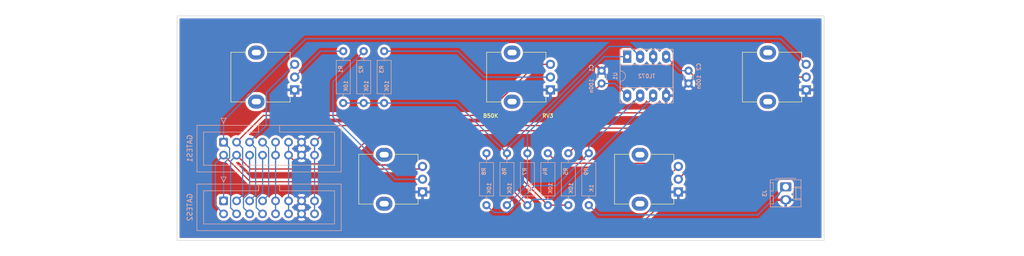
<source format=kicad_pcb>
(kicad_pcb (version 20211014) (generator pcbnew)
  (layers (0 "F.Cu" signal) (31 "B.Cu" signal) (34 "B.Paste" user) (35 "F.Paste" user) (36 "B.SilkS" user "B.Silkscreen") (37 "F.SilkS" user "F.Silkscreen") (38 "B.Mask" user) (39 "F.Mask" user) (44 "Edge.Cuts" user))
  (net 0 "")
  (net 1 "GND")
  (net 2 "/GATE1")
  (net 3 "/GATE2")
  (net 4 "/GATE3")
  (net 5 "/GATE4")
  (net 6 "/GATE5")
  (net 7 "/GATE6")
  (net 8 "/GATE7")
  (net 9 "/GATE8")
  (net 10 "/BUFFCLK2")
  (net 11 "Net-(R1-Pad1)")
  (net 12 "Net-(R1-Pad2)")
  (net 13 "Net-(R2-Pad1)")
  (net 14 "Net-(R3-Pad1)")
  (net 15 "Net-(R4-Pad1)")
  (net 16 "Net-(R5-Pad1)")
  (net 17 "Net-(R6-Pad2)")
  (net 18 "Net-(R7-Pad2)")
  (net 19 "Net-(R8-Pad2)")
  (net 20 "Net-(R9-Pad2)")
  (net 21 "/+12V")
  (net 22 "/-12V")
  (footprint "ao_tht:Potentiometer_Alpha_RD901F-40-00D_Single_Vertical_centered" (layer "F.Cu") (at 165 130 180)
    (fp_text reference "RV4" hide)
    (fp_text value "B50K")
    (fp_line (start -6.62 4.87) (end -1.9 4.87) (layer "F.SilkS") (width 0.12))
    (fp_line (start -6.62 -4.88) (end -1.9 -4.88) (layer "F.SilkS") (width 0.12))
    (fp_line (start -6.62 -3.69) (end -6.62 -4.87) (layer "F.SilkS") (width 0.12))
    (fp_line (start 1.91 4.87) (end 4.97 4.87) (layer "F.SilkS") (width 0.12))
    (fp_line (start 1.91 -4.87) (end 4.97 -4.87) (layer "F.SilkS") (width 0.12))
    (fp_line (start -6.62 -0.79) (end -6.62 -1.32) (layer "F.SilkS") (width 0.12))
    (fp_line (start 4.97 4.87) (end 4.97 -4.87) (layer "F.SilkS") (width 0.12))
    (fp_line (start -6.62 4.87) (end -6.62 3.38) (layer "F.SilkS") (width 0.12))
    (fp_line (start -6.62 1.66) (end -6.62 0.83) (layer "F.SilkS") (width 0.12))
    (pad "" thru_hole oval locked (at 0 -4.8 270) (size 2.72 3.24) (drill oval 1.1 1.8) (layers *.Cu *.Mask))
    (pad "" thru_hole oval locked (at 0 4.8 270) (size 2.72 3.24) (drill oval 1.1 1.8) (layers *.Cu *.Mask))
    (pad "1" thru_hole rect locked (at -7.5 -2.5 270) (size 1.8 1.8) (drill 1) (layers *.Cu *.Mask) (net 1 "GND"))
    (pad "2" thru_hole circle locked (at -7.5 0 270) (size 1.8 1.8) (drill 1) (layers *.Cu *.Mask) (net 15 "Net-(R4-Pad1)"))
    (pad "3" thru_hole circle locked (at -7.5 2.5 270) (size 1.8 1.8) (drill 1) (layers *.Cu *.Mask) (net 3 "/GATE2"))
  )
  (footprint "ao_tht:Potentiometer_Alpha_RD901F-40-00D_Single_Vertical_centered" (layer "F.Cu") (at 115 130 180)
    (fp_text reference "RV2" hide)
    (fp_text value "B50K")
    (fp_line (start 1.91 -4.87) (end 4.97 -4.87) (layer "F.SilkS") (width 0.12))
    (fp_line (start -6.62 -4.88) (end -1.9 -4.88) (layer "F.SilkS") (width 0.12))
    (fp_line (start -6.62 -3.69) (end -6.62 -4.87) (layer "F.SilkS") (width 0.12))
    (fp_line (start 1.91 4.87) (end 4.97 4.87) (layer "F.SilkS") (width 0.12))
    (fp_line (start -6.62 4.87) (end -1.9 4.87) (layer "F.SilkS") (width 0.12))
    (fp_line (start -6.62 1.66) (end -6.62 0.83) (layer "F.SilkS") (width 0.12))
    (fp_line (start -6.62 -0.79) (end -6.62 -1.32) (layer "F.SilkS") (width 0.12))
    (fp_line (start 4.97 4.87) (end 4.97 -4.87) (layer "F.SilkS") (width 0.12))
    (fp_line (start -6.62 4.87) (end -6.62 3.38) (layer "F.SilkS") (width 0.12))
    (pad "" thru_hole oval locked (at 0 -4.8 270) (size 2.72 3.24) (drill oval 1.1 1.8) (layers *.Cu *.Mask))
    (pad "" thru_hole oval locked (at 0 4.8 270) (size 2.72 3.24) (drill oval 1.1 1.8) (layers *.Cu *.Mask))
    (pad "1" thru_hole rect locked (at -7.5 -2.5 270) (size 1.8 1.8) (drill 1) (layers *.Cu *.Mask) (net 1 "GND"))
    (pad "2" thru_hole circle locked (at -7.5 0 270) (size 1.8 1.8) (drill 1) (layers *.Cu *.Mask) (net 13 "Net-(R2-Pad1)"))
    (pad "3" thru_hole circle locked (at -7.5 2.5 270) (size 1.8 1.8) (drill 1) (layers *.Cu *.Mask) (net 5 "/GATE4"))
  )
  (footprint "ao_tht:Potentiometer_Alpha_RD901F-40-00D_Single_Vertical_centered" (layer "F.Cu") (at 90 110 180)
    (fp_text reference "RV1" hide)
    (fp_text value "B50K")
    (fp_line (start 4.97 4.87) (end 4.97 -4.87) (layer "F.SilkS") (width 0.12))
    (fp_line (start -6.62 4.87) (end -1.9 4.87) (layer "F.SilkS") (width 0.12))
    (fp_line (start -6.62 1.66) (end -6.62 0.83) (layer "F.SilkS") (width 0.12))
    (fp_line (start 1.91 4.87) (end 4.97 4.87) (layer "F.SilkS") (width 0.12))
    (fp_line (start 1.91 -4.87) (end 4.97 -4.87) (layer "F.SilkS") (width 0.12))
    (fp_line (start -6.62 -4.88) (end -1.9 -4.88) (layer "F.SilkS") (width 0.12))
    (fp_line (start -6.62 -3.69) (end -6.62 -4.87) (layer "F.SilkS") (width 0.12))
    (fp_line (start -6.62 -0.79) (end -6.62 -1.32) (layer "F.SilkS") (width 0.12))
    (fp_line (start -6.62 4.87) (end -6.62 3.38) (layer "F.SilkS") (width 0.12))
    (pad "" thru_hole oval locked (at 0 4.8 270) (size 2.72 3.24) (drill oval 1.1 1.8) (layers *.Cu *.Mask))
    (pad "" thru_hole oval locked (at 0 -4.8 270) (size 2.72 3.24) (drill oval 1.1 1.8) (layers *.Cu *.Mask))
    (pad "1" thru_hole rect locked (at -7.5 -2.5 270) (size 1.8 1.8) (drill 1) (layers *.Cu *.Mask) (net 1 "GND"))
    (pad "2" thru_hole circle locked (at -7.5 0 270) (size 1.8 1.8) (drill 1) (layers *.Cu *.Mask) (net 11 "Net-(R1-Pad1)"))
    (pad "3" thru_hole circle locked (at -7.5 2.5 270) (size 1.8 1.8) (drill 1) (layers *.Cu *.Mask) (net 6 "/GATE5"))
  )
  (footprint "ao_tht:Potentiometer_Alpha_RD901F-40-00D_Single_Vertical_centered" (layer "F.Cu") (at 190 110 180)
    (fp_text reference "RV5" hide)
    (fp_text value "B50K")
    (fp_line (start -6.62 4.87) (end -6.62 3.38) (layer "F.SilkS") (width 0.12))
    (fp_line (start 1.91 4.87) (end 4.97 4.87) (layer "F.SilkS") (width 0.12))
    (fp_line (start -6.62 1.66) (end -6.62 0.83) (layer "F.SilkS") (width 0.12))
    (fp_line (start 4.97 4.87) (end 4.97 -4.87) (layer "F.SilkS") (width 0.12))
    (fp_line (start -6.62 -0.79) (end -6.62 -1.32) (layer "F.SilkS") (width 0.12))
    (fp_line (start -6.62 -3.69) (end -6.62 -4.87) (layer "F.SilkS") (width 0.12))
    (fp_line (start 1.91 -4.87) (end 4.97 -4.87) (layer "F.SilkS") (width 0.12))
    (fp_line (start -6.62 4.87) (end -1.9 4.87) (layer "F.SilkS") (width 0.12))
    (fp_line (start -6.62 -4.88) (end -1.9 -4.88) (layer "F.SilkS") (width 0.12))
    (pad "" thru_hole oval locked (at 0 -4.8 270) (size 2.72 3.24) (drill oval 1.1 1.8) (layers *.Cu *.Mask))
    (pad "" thru_hole oval locked (at 0 4.8 270) (size 2.72 3.24) (drill oval 1.1 1.8) (layers *.Cu *.Mask))
    (pad "1" thru_hole rect locked (at -7.5 -2.5 270) (size 1.8 1.8) (drill 1) (layers *.Cu *.Mask) (net 1 "GND"))
    (pad "2" thru_hole circle locked (at -7.5 0 270) (size 1.8 1.8) (drill 1) (layers *.Cu *.Mask) (net 16 "Net-(R5-Pad1)"))
    (pad "3" thru_hole circle locked (at -7.5 2.5 270) (size 1.8 1.8) (drill 1) (layers *.Cu *.Mask) (net 2 "/GATE1"))
  )
  (footprint "ao_tht:Potentiometer_Alpha_RD901F-40-00D_Single_Vertical_centered" (layer "F.Cu") (at 140 110 180)
    (fp_text reference "RV3" (at -6.992 -7.58) (layer "F.SilkS") (effects (font (size 0.75 0.75))))
    (fp_text value "B50K")
    (fp_text user "${VALUE}" (at 4.184 -7.58) (layer "F.SilkS") (effects (font (size 0.75 0.75))))
    (fp_line (start -6.62 -4.88) (end -1.9 -4.88) (layer "F.SilkS") (width 0.12))
    (fp_line (start -6.62 4.87) (end -1.9 4.87) (layer "F.SilkS") (width 0.12))
    (fp_line (start -6.62 1.66) (end -6.62 0.83) (layer "F.SilkS") (width 0.12))
    (fp_line (start 4.97 4.87) (end 4.97 -4.87) (layer "F.SilkS") (width 0.12))
    (fp_line (start -6.62 -3.69) (end -6.62 -4.87) (layer "F.SilkS") (width 0.12))
    (fp_line (start 1.91 -4.87) (end 4.97 -4.87) (layer "F.SilkS") (width 0.12))
    (fp_line (start 1.91 4.87) (end 4.97 4.87) (layer "F.SilkS") (width 0.12))
    (fp_line (start -6.62 4.87) (end -6.62 3.38) (layer "F.SilkS") (width 0.12))
    (fp_line (start -6.62 -0.79) (end -6.62 -1.32) (layer "F.SilkS") (width 0.12))
    (pad "" thru_hole oval locked (at 0 -4.8 270) (size 2.72 3.24) (drill oval 1.1 1.8) (layers *.Cu *.Mask))
    (pad "" thru_hole oval locked (at 0 4.8 270) (size 2.72 3.24) (drill oval 1.1 1.8) (layers *.Cu *.Mask))
    (pad "1" thru_hole rect locked (at -7.5 -2.5 270) (size 1.8 1.8) (drill 1) (layers *.Cu *.Mask) (net 1 "GND"))
    (pad "2" thru_hole circle locked (at -7.5 0 270) (size 1.8 1.8) (drill 1) (layers *.Cu *.Mask) (net 14 "Net-(R3-Pad1)"))
    (pad "3" thru_hole circle locked (at -7.5 2.5 270) (size 1.8 1.8) (drill 1) (layers *.Cu *.Mask) (net 4 "/GATE3"))
  )
  (footprint "Connector_IDC:IDC-Header_2x08_P2.54mm_Vertical" (layer "B.Cu") (at 83.61 122.7475 -90)
    (fp_text reference "GATES1" (at 1.2525 6.61 90) (layer "B.SilkS") (effects (justify mirror)))
    (fp_text value "MA08-2" hide)
    (fp_line (start -1.98 -21.69) (end -1.98 -10.94) (layer "B.SilkS") (width 0.12))
    (fp_line (start 5.83 -22.99) (end -3.29 -22.99) (layer "B.SilkS") (width 0.12))
    (fp_line (start 4.52 3.91) (end 4.52 -21.69) (layer "B.SilkS") (width 0.12))
    (fp_line (start -4.68 0.5) (end -4.68 -0.5) (layer "B.SilkS") (width 0.12))
    (fp_line (start 4.52 -21.69) (end -1.98 -21.69) (layer "B.SilkS") (width 0.12))
    (fp_line (start -3.29 -6.84) (end -1.98 -6.84) (layer "B.SilkS") (width 0.12))
    (fp_line (start -3.29 5.21) (end 5.83 5.21) (layer "B.SilkS") (width 0.12))
    (fp_line (start -1.98 -10.94) (end -1.98 -10.94) (layer "B.SilkS") (width 0.12))
    (fp_line (start -3.68 0) (end -4.68 0.5) (layer "B.SilkS") (width 0.12))
    (fp_line (start -3.29 -22.99) (end -3.29 5.21) (layer "B.SilkS") (width 0.12))
    (fp_line (start -1.98 3.91) (end 4.52 3.91) (layer "B.SilkS") (width 0.12))
    (fp_line (start -1.98 -10.94) (end -3.29 -10.94) (layer "B.SilkS") (width 0.12))
    (fp_line (start -1.98 -6.84) (end -1.98 3.91) (layer "B.SilkS") (width 0.12))
    (fp_line (start 5.83 5.21) (end 5.83 -22.99) (layer "B.SilkS") (width 0.12))
    (fp_line (start -4.68 -0.5) (end -3.68 0) (layer "B.SilkS") (width 0.12))
    (pad "1" thru_hole roundrect (at 0 0 270) (size 1.7 1.7) (drill 1) (layers *.Cu *.Mask) (roundrect_rratio 0.147059) (net 2 "/GATE1"))
    (pad "2" thru_hole circle (at 2.54 0 270) (size 1.7 1.7) (drill 1) (layers *.Cu *.Mask) (net 3 "/GATE2"))
    (pad "3" thru_hole circle (at 0 -2.54 270) (size 1.7 1.7) (drill 1) (layers *.Cu *.Mask) (net 4 "/GATE3"))
    (pad "4" thru_hole circle (at 2.54 -2.54 270) (size 1.7 1.7) (drill 1) (layers *.Cu *.Mask) (net 5 "/GATE4"))
    (pad "5" thru_hole circle (at 0 -5.08 270) (size 1.7 1.7) (drill 1) (layers *.Cu *.Mask) (net 6 "/GATE5"))
    (pad "6" thru_hole circle (at 2.54 -5.08 270) (size 1.7 1.7) (drill 1) (layers *.Cu *.Mask) (net 7 "/GATE6"))
    (pad "7" thru_hole circle (at 0 -7.62 270) (size 1.7 1.7) (drill 1) (layers *.Cu *.Mask) (net 8 "/GATE7"))
    (pad "8" thru_hole circle (at 2.54 -7.62 270) (size 1.7 1.7) (drill 1) (layers *.Cu *.Mask) (net 9 "/GATE8"))
    (pad "9" thru_hole circle (at 0 -10.16 270) (size 1.7 1.7) (drill 1) (layers *.Cu *.Mask) (net 10 "/BUFFCLK2"))
    (pad "10" thru_hole circle (at 2.54 -10.16 270) (size 1.7 1.7) (drill 1) (layers *.Cu *.Mask) (net 10 "/BUFFCLK2"))
    (pad "11" thru_hole circle (at 0 -12.7 270) (size 1.7 1.7) (drill 1) (layers *.Cu *.Mask) (net 22 "/-12V"))
    (pad "12" thru_hole circle (at 2.54 -12.7 270) (size 1.7 1.7) (drill 1) (layers *.Cu *.Mask) (net 22 "/-12V"))
    (pad "13" thru_hole circle (at 0 -15.24 270) (size 1.7 1.7) (drill 1) (layers *.Cu *.Mask) (net 1 "GND"))
    (pad "14" thru_hole circle (at 2.54 -15.24 270) (size 1.7 1.7) (drill 1) (layers *.Cu *.Mask) (net 1 "GND"))
    (pad "15" thru_hole circle (at 0 -17.78 270) (size 1.7 1.7) (drill 1) (layers *.Cu *.Mask) (net 21 "/+12V"))
    (pad "16" thru_hole circle (at 2.54 -17.78 270) (size 1.7 1.7) (drill 1) (layers *.Cu *.Mask) (net 21 "/+12V"))
  )
  (footprint "ao_tht:DIP-8_W7.62mm_Socket_LongPads" (layer "B.Cu") (at 162.5 106 -90)
    (fp_text reference "U1" (at 3.81 2.33 90) (layer "B.SilkS") (effects (font (size 0.75 0.75)) (justify mirror)))
    (fp_text value "TL072" hide)
    (fp_text user "${VALUE}" (at 3.81 -3.81) (layer "B.SilkS") (effects (font (size 0.75 0.75)) (justify mirror)))
    (fp_line (start 1.56 1.33) (end 1.56 -8.95) (layer "B.SilkS") (width 0.12))
    (fp_line (start 6.06 1.33) (end 4.81 1.33) (layer "B.SilkS") (width 0.12))
    (fp_line (start 1.56 -8.95) (end 6.06 -8.95) (layer "B.SilkS") (width 0.12))
    (fp_line (start 9.06 1.39) (end -1.44 1.39) (layer "B.SilkS") (width 0.12))
    (fp_line (start 6.06 -8.95) (end 6.06 1.33) (layer "B.SilkS") (width 0.12))
    (fp_line (start -1.44 1.39) (end -1.44 -9.01) (layer "B.SilkS") (width 0.12))
    (fp_line (start 2.81 1.33) (end 1.56 1.33) (layer "B.SilkS") (width 0.12))
    (fp_line (start -1.44 -9.01) (end 9.06 -9.01) (layer "B.SilkS") (width 0.12))
    (fp_line (start 9.06 -9.01) (end 9.06 1.39) (layer "B.SilkS") (width 0.12))
    (fp_arc (start 2.81 1.33) (mid 3.81 0.33) (end 4.81 1.33) (layer "B.SilkS") (width 0.12))
    (pad "1" thru_hole rect locked (at 0 0 270) (size 2.4 1.6) (drill 0.8) (layers *.Cu *.Mask) (net 17 "Net-(R6-Pad2)"))
    (pad "2" thru_hole oval locked (at 0 -2.54 270) (size 2.4 1.6) (drill 0.8) (layers *.Cu *.Mask) (net 12 "Net-(R1-Pad2)"))
    (pad "3" thru_hole oval locked (at 0 -5.08 270) (size 2.4 1.6) (drill 0.8) (layers *.Cu *.Mask) (net 1 "GND"))
    (pad "4" thru_hole oval locked (at 0 -7.62 270) (size 2.4 1.6) (drill 0.8) (layers *.Cu *.Mask) (net 22 "/-12V"))
    (pad "5" thru_hole oval locked (at 7.62 -7.62 270) (size 2.4 1.6) (drill 0.8) (layers *.Cu *.Mask) (net 1 "GND"))
    (pad "6" thru_hole oval locked (at 7.62 -5.08 270) (size 2.4 1.6) (drill 0.8) (layers *.Cu *.Mask) (net 18 "Net-(R7-Pad2)"))
    (pad "7" thru_hole oval locked (at 7.62 -2.54 270) (size 2.4 1.6) (drill 0.8) (layers *.Cu *.Mask) (net 19 "Net-(R8-Pad2)"))
    (pad "8" thru_hole oval locked (at 7.62 0 270) (size 2.4 1.6) (drill 0.8) (layers *.Cu *.Mask) (net 21 "/+12V"))
  )
  (footprint "ao_tht:C_Disc_D3.0mm_W1.6mm_P2.50mm" (layer "B.Cu") (at 157.5 108.75 -90)
    (fp_text reference "C1" (at -0.5 2 90) (layer "B.SilkS") (effects (font (size 0.75 0.75)) (justify mirror)))
    (fp_text value "100n" hide)
    (fp_text user "${VALUE}" (at 3 2 90) (layer "B.SilkS") (effects (font (size 0.75 0.75)) (justify mirror)))
    (fp_line (start 0.621 0.92) (end 1.879 0.92) (layer "B.SilkS") (width 0.12))
    (fp_line (start 0.621 -0.92) (end 1.879 -0.92) (layer "B.SilkS") (width 0.12))
    (pad "1" thru_hole circle (at 0 0 270) (size 1.6 1.6) (drill 0.8) (layers *.Cu *.Mask) (net 1 "GND"))
    (pad "2" thru_hole circle (at 2.5 0 270) (size 1.6 1.6) (drill 0.8) (layers *.Cu *.Mask) (net 21 "/+12V"))
  )
  (footprint "ao_tht:R_Axial_DIN0207_L6.3mm_D2.5mm_P10.16mm_Horizontal" (layer "B.Cu") (at 111 104.92 -90)
    (fp_text reference "R2" (at 3.556 0.508 90) (layer "B.SilkS") (effects (font (size 0.75 0.75)) (justify mirror)))
    (fp_text value "10K" hide)
    (fp_text user "${VALUE}" (at 6.858 -0.508 90) (layer "B.SilkS") (effects (font (size 0.75 0.75)) (justify mirror)))
    (fp_line (start 8.35 -1.37) (end 8.35 1.37) (layer "B.SilkS") (width 0.12))
    (fp_line (start 8.35 1.37) (end 1.81 1.37) (layer "B.SilkS") (width 0.12))
    (fp_line (start 1.81 -1.37) (end 8.35 -1.37) (layer "B.SilkS") (width 0.12))
    (fp_line (start 1.04 0) (end 1.81 0) (layer "B.SilkS") (width 0.12))
    (fp_line (start 9.12 0) (end 8.35 0) (layer "B.SilkS") (width 0.12))
    (fp_line (start 1.81 1.37) (end 1.81 -1.37) (layer "B.SilkS") (width 0.12))
    (pad "1" thru_hole circle (at 0 0 270) (size 1.6 1.6) (drill 0.8) (layers *.Cu *.Mask) (net 13 "Net-(R2-Pad1)"))
    (pad "2" thru_hole oval (at 10.16 0 270) (size 1.6 1.6) (drill 0.8) (layers *.Cu *.Mask) (net 12 "Net-(R1-Pad2)"))
  )
  (footprint "ao_tht:R_Axial_DIN0207_L6.3mm_D2.5mm_P10.16mm_Horizontal" (layer "B.Cu") (at 115 104.92 -90)
    (fp_text reference "R3" (at 3.556 0.508 90) (layer "B.SilkS") (effects (font (size 0.75 0.75)) (justify mirror)))
    (fp_text value "10K" hide)
    (fp_text user "${VALUE}" (at 6.858 -0.508 90) (layer "B.SilkS") (effects (font (size 0.75 0.75)) (justify mirror)))
    (fp_line (start 1.81 -1.37) (end 8.35 -1.37) (layer "B.SilkS") (width 0.12))
    (fp_line (start 1.81 1.37) (end 1.81 -1.37) (layer "B.SilkS") (width 0.12))
    (fp_line (start 8.35 1.37) (end 1.81 1.37) (layer "B.SilkS") (width 0.12))
    (fp_line (start 9.12 0) (end 8.35 0) (layer "B.SilkS") (width 0.12))
    (fp_line (start 8.35 -1.37) (end 8.35 1.37) (layer "B.SilkS") (width 0.12))
    (fp_line (start 1.04 0) (end 1.81 0) (layer "B.SilkS") (width 0.12))
    (pad "1" thru_hole circle (at 0 0 270) (size 1.6 1.6) (drill 0.8) (layers *.Cu *.Mask) (net 14 "Net-(R3-Pad1)"))
    (pad "2" thru_hole oval (at 10.16 0 270) (size 1.6 1.6) (drill 0.8) (layers *.Cu *.Mask) (net 12 "Net-(R1-Pad2)"))
  )
  (footprint "ao_tht:R_Axial_DIN0207_L6.3mm_D2.5mm_P10.16mm_Horizontal" (layer "B.Cu") (at 151 124.92 -90)
    (fp_text reference "R5" (at 3.556 0.508 90) (layer "B.SilkS") (effects (font (size 0.75 0.75)) (justify mirror)))
    (fp_text value "10K" hide)
    (fp_text user "${VALUE}" (at 6.858 -0.508 90) (layer "B.SilkS") (effects (font (size 0.75 0.75)) (justify mirror)))
    (fp_line (start 9.12 0) (end 8.35 0) (layer "B.SilkS") (width 0.12))
    (fp_line (start 1.04 0) (end 1.81 0) (layer "B.SilkS") (width 0.12))
    (fp_line (start 8.35 -1.37) (end 8.35 1.37) (layer "B.SilkS") (width 0.12))
    (fp_line (start 8.35 1.37) (end 1.81 1.37) (layer "B.SilkS") (width 0.12))
    (fp_line (start 1.81 1.37) (end 1.81 -1.37) (layer "B.SilkS") (width 0.12))
    (fp_line (start 1.81 -1.37) (end 8.35 -1.37) (layer "B.SilkS") (width 0.12))
    (pad "1" thru_hole circle (at 0 0 270) (size 1.6 1.6) (drill 0.8) (layers *.Cu *.Mask) (net 16 "Net-(R5-Pad1)"))
    (pad "2" thru_hole oval (at 10.16 0 270) (size 1.6 1.6) (drill 0.8) (layers *.Cu *.Mask) (net 12 "Net-(R1-Pad2)"))
  )
  (footprint "Connector_IDC:IDC-Header_2x08_P2.54mm_Vertical" (layer "B.Cu") (at 83.61 134.2475 -90)
    (fp_text reference "GATES2" (at 1.2525 6.61 90) (layer "B.SilkS") (effects (justify mirror)))
    (fp_text value "MA08-2" hide)
    (fp_line (start -3.68 0) (end -4.68 0.5) (layer "B.SilkS") (width 0.12))
    (fp_line (start -1.98 -6.84) (end -1.98 3.91) (layer "B.SilkS") (width 0.12))
    (fp_line (start -1.98 -21.69) (end -1.98 -10.94) (layer "B.SilkS") (width 0.12))
    (fp_line (start 5.83 -22.99) (end -3.29 -22.99) (layer "B.SilkS") (width 0.12))
    (fp_line (start -3.29 -22.99) (end -3.29 5.21) (layer "B.SilkS") (width 0.12))
    (fp_line (start -4.68 0.5) (end -4.68 -0.5) (layer "B.SilkS") (width 0.12))
    (fp_line (start 4.52 -21.69) (end -1.98 -21.69) (layer "B.SilkS") (width 0.12))
    (fp_line (start -1.98 -10.94) (end -3.29 -10.94) (layer "B.SilkS") (width 0.12))
    (fp_line (start -3.29 -6.84) (end -1.98 -6.84) (layer "B.SilkS") (width 0.12))
    (fp_line (start 5.83 5.21) (end 5.83 -22.99) (layer "B.SilkS") (width 0.12))
    (fp_line (start -4.68 -0.5) (end -3.68 0) (layer "B.SilkS") (width 0.12))
    (fp_line (start -3.29 5.21) (end 5.83 5.21) (layer "B.SilkS") (width 0.12))
    (fp_line (start -1.98 -10.94) (end -1.98 -10.94) (layer "B.SilkS") (width 0.12))
    (fp_line (start 4.52 3.91) (end 4.52 -21.69) (layer "B.SilkS") (width 0.12))
    (fp_line (start -1.98 3.91) (end 4.52 3.91) (layer "B.SilkS") (width 0.12))
    (pad "1" thru_hole roundrect (at 0 0 270) (size 1.7 1.7) (drill 1) (layers *.Cu *.Mask) (roundrect_rratio 0.147059) (net 2 "/GATE1"))
    (pad "2" thru_hole circle (at 2.54 0 270) (size 1.7 1.7) (drill 1) (layers *.Cu *.Mask) (net 3 "/GATE2"))
    (pad "3" thru_hole circle (at 0 -2.54 270) (size 1.7 1.7) (drill 1) (layers *.Cu *.Mask) (net 4 "/GATE3"))
    (pad "4" thru_hole circle (at 2.54 -2.54 270) (size 1.7 1.7) (drill 1) (layers *.Cu *.Mask) (net 5 "/GATE4"))
    (pad "5" thru_hole circle (at 0 -5.08 270) (size 1.7 1.7) (drill 1) (layers *.Cu *.Mask) (net 6 "/GATE5"))
    (pad "6" thru_hole circle (at 2.54 -5.08 270) (size 1.7 1.7) (drill 1) (layers *.Cu *.Mask) (net 7 "/GATE6"))
    (pad "7" thru_hole circle (at 0 -7.62 270) (size 1.7 1.7) (drill 1) (layers *.Cu *.Mask) (net 8 "/GATE7"))
    (pad "8" thru_hole circle (at 2.54 -7.62 270) (size 1.7 1.7) (drill 1) (layers *.Cu *.Mask) (net 9 "/GATE8"))
    (pad "9" thru_hole circle (at 0 -10.16 270) (size 1.7 1.7) (drill 1) (layers *.Cu *.Mask) (net 10 "/BUFFCLK2"))
    (pad "10" thru_hole circle (at 2.54 -10.16 270) (size 1.7 1.7) (drill 1) (layers *.Cu *.Mask) (net 10 "/BUFFCLK2"))
    (pad "11" thru_hole circle (at 0 -12.7 270) (size 1.7 1.7) (drill 1) (layers *.Cu *.Mask) (net 22 "/-12V"))
    (pad "12" thru_hole circle (at 2.54 -12.7 270) (size 1.7 1.7) (drill 1) (layers *.Cu *.Mask) (net 22 "/-12V"))
    (pad "13" thru_hole circle (at 0 -15.24 270) (size 1.7 1.7) (drill 1) (layers *.Cu *.Mask) (net 1 "GND"))
    (pad "14" thru_hole circle (at 2.54 -15.24 270) (size 1.7 1.7) (drill 1) (layers *.Cu *.Mask) (net 1 "GND"))
    (pad "15" thru_hole circle (at 0 -17.78 270) (size 1.7 1.7) (drill 1) (layers *.Cu *.Mask) (net 21 "/+12V"))
    (pad "16" thru_hole circle (at 2.54 -17.78 270) (size 1.7 1.7) (drill 1) (layers *.Cu *.Mask) (net 21 "/+12V"))
  )
  (footprint "ao_tht:Molex_KK-254_AE-6410-02A_1x02_P2.54mm_Vertical" (layer "B.Cu") (at 193.5 131.5 -90)
    (fp_text reference "J3" (at 1.27 4.12 90) (layer "B.SilkS") (effects (font (size 0.75 0.75)) (justify mirror)))
    (fp_text value "OUT")
    (fp_line (start 0.25 -1.46) (end 2.29 -1.46) (layer "B.SilkS") (width 0.12))
    (fp_line (start 0 -1.99) (end 2.54 -1.99) (layer "B.SilkS") (width 0.12))
    (fp_line (start -0.8 3.03) (end -0.8 2.43) (layer "B.SilkS") (width 0.12))
    (fp_line (start 2.54 -1.99) (end 2.54 -2.99) (layer "B.SilkS") (width 0.12))
    (fp_line (start 0 -1.99) (end 0.25 -1.46) (layer "B.SilkS") (width 0.12))
    (fp_line (start -1.67 2) (end -1.67 -2) (layer "B.SilkS") (width 0.12))
    (fp_line (start -1.38 -2.99) (end 3.92 -2.99) (layer "B.SilkS") (width 0.12))
    (fp_line (start 0.8 2.43) (end 0.8 3.03) (layer "B.SilkS") (width 0.12))
    (fp_line (start 2.29 -1.46) (end 2.54 -1.99) (layer "B.SilkS") (width 0.12))
    (fp_line (start 0 -2.99) (end 0 -1.99) (layer "B.SilkS") (width 0.12))
    (fp_line (start 3.92 -2.99) (end 3.92 3.03) (layer "B.SilkS") (width 0.12))
    (fp_line (start 3.92 3.03) (end -1.38 3.03) (layer "B.SilkS") (width 0.12))
    (fp_line (start 1.74 3.03) (end 1.74 2.43) (layer "B.SilkS") (width 0.12))
    (fp_line (start 0.25 -2.99) (end 0.25 -1.99) (layer "B.SilkS") (width 0.12))
    (fp_line (start 1.74 2.43) (end 3.34 2.43) (layer "B.SilkS") (width 0.12))
    (fp_line (start 2.29 -2.99) (end 2.29 -1.99) (layer "B.SilkS") (width 0.12))
    (fp_line (start -1.38 3.03) (end -1.38 -2.99) (layer "B.SilkS") (width 0.12))
    (fp_line (start 3.34 2.43) (end 3.34 3.03) (layer "B.SilkS") (width 0.12))
    (fp_line (start -0.8 2.43) (end 0.8 2.43) (layer "B.SilkS") (width 0.12))
    (pad "1" thru_hole roundrect locked (at 0 0 270) (size 1.74 2.2) (drill 1.2) (layers *.Cu *.Mask) (roundrect_rratio 0.143678) (net 20 "Net-(R9-Pad2)"))
    (pad "2" thru_hole oval locked (at 2.54 0 270) (size 1.74 2.2) (drill 1.2) (layers *.Cu *.Mask) (net 1 "GND"))
  )
  (footprint "ao_tht:R_Axial_DIN0207_L6.3mm_D2.5mm_P10.16mm_Horizontal" (layer "B.Cu") (at 139 124.92 -90)
    (fp_text reference "R6" (at 3.556 0.508 90) (layer "B.SilkS") (effects (font (size 0.75 0.75)) (justify mirror)))
    (fp_text value "10K" hide)
    (fp_text user "${VALUE}" (at 6.858 -0.508 90) (layer "B.SilkS") (effects (font (size 0.75 0.75)) (justify mirror)))
    (fp_line (start 1.04 0) (end 1.81 0) (layer "B.SilkS") (width 0.12))
    (fp_line (start 1.81 -1.37) (end 8.35 -1.37) (layer "B.SilkS") (width 0.12))
    (fp_line (start 8.35 -1.37) (end 8.35 1.37) (layer "B.SilkS") (width 0.12))
    (fp_line (start 8.35 1.37) (end 1.81 1.37) (layer "B.SilkS") (width 0.12))
    (fp_line (start 9.12 0) (end 8.35 0) (layer "B.SilkS") (width 0.12))
    (fp_line (start 1.81 1.37) (end 1.81 -1.37) (layer "B.SilkS") (width 0.12))
    (pad "1" thru_hole circle (at 0 0 270) (size 1.6 1.6) (drill 0.8) (layers *.Cu *.Mask) (net 12 "Net-(R1-Pad2)"))
    (pad "2" thru_hole oval (at 10.16 0 270) (size 1.6 1.6) (drill 0.8) (layers *.Cu *.Mask) (net 17 "Net-(R6-Pad2)"))
  )
  (footprint "ao_tht:R_Axial_DIN0207_L6.3mm_D2.5mm_P10.16mm_Horizontal" (layer "B.Cu") (at 147 124.92 -90)
    (fp_text reference "R4" (at 3.556 0.508 90) (layer "B.SilkS") (effects (font (size 0.75 0.75)) (justify mirror)))
    (fp_text value "10K" hide)
    (fp_text user "${VALUE}" (at 6.858 -0.508 90) (layer "B.SilkS") (effects (font (size 0.75 0.75)) (justify mirror)))
    (fp_line (start 8.35 1.37) (end 1.81 1.37) (layer "B.SilkS") (width 0.12))
    (fp_line (start 1.04 0) (end 1.81 0) (layer "B.SilkS") (width 0.12))
    (fp_line (start 8.35 -1.37) (end 8.35 1.37) (layer "B.SilkS") (width 0.12))
    (fp_line (start 1.81 -1.37) (end 8.35 -1.37) (layer "B.SilkS") (width 0.12))
    (fp_line (start 9.12 0) (end 8.35 0) (layer "B.SilkS") (width 0.12))
    (fp_line (start 1.81 1.37) (end 1.81 -1.37) (layer "B.SilkS") (width 0.12))
    (pad "1" thru_hole circle (at 0 0 270) (size 1.6 1.6) (drill 0.8) (layers *.Cu *.Mask) (net 15 "Net-(R4-Pad1)"))
    (pad "2" thru_hole oval (at 10.16 0 270) (size 1.6 1.6) (drill 0.8) (layers *.Cu *.Mask) (net 12 "Net-(R1-Pad2)"))
  )
  (footprint "ao_tht:C_Disc_D3.0mm_W1.6mm_P2.50mm" (layer "B.Cu") (at 174.5 108.75 -90)
    (fp_text reference "C2" (at -0.75 -2 90) (layer "B.SilkS") (effects (font (size 0.75 0.75)) (justify mirror)))
    (fp_text value "100n" hide)
    (fp_text user "${VALUE}" (at 2.25 -2 90) (layer "B.SilkS") (effects (font (size 0.75 0.75)) (justify mirror)))
    (fp_line (start 0.621 0.92) (end 1.879 0.92) (layer "B.SilkS") (width 0.12))
    (fp_line (start 0.621 -0.92) (end 1.879 -0.92) (layer "B.SilkS") (width 0.12))
    (pad "1" thru_hole circle (at 0 0 270) (size 1.6 1.6) (drill 0.8) (layers *.Cu *.Mask) (net 22 "/-12V"))
    (pad "2" thru_hole circle (at 2.5 0 270) (size 1.6 1.6) (drill 0.8) (layers *.Cu *.Mask) (net 1 "GND"))
  )
  (footprint "ao_tht:R_Axial_DIN0207_L6.3mm_D2.5mm_P10.16mm_Horizontal" (layer "B.Cu") (at 143 124.92 -90)
    (fp_text reference "R7" (at 3.556 0.508 90) (layer "B.SilkS") (effects (font (size 0.75 0.75)) (justify mirror)))
    (fp_text value "10K" hide)
    (fp_text user "${VALUE}" (at 6.858 -0.508 90) (layer "B.SilkS") (effects (font (size 0.75 0.75)) (justify mirror)))
    (fp_line (start 1.04 0) (end 1.81 0) (layer "B.SilkS") (width 0.12))
    (fp_line (start 8.35 1.37) (end 1.81 1.37) (layer "B.SilkS") (width 0.12))
    (fp_line (start 1.81 -1.37) (end 8.35 -1.37) (layer "B.SilkS") (width 0.12))
    (fp_line (start 1.81 1.37) (end 1.81 -1.37) (layer "B.SilkS") (width 0.12))
    (fp_line (start 8.35 -1.37) (end 8.35 1.37) (layer "B.SilkS") (width 0.12))
    (fp_line (start 9.12 0) (end 8.35 0) (layer "B.SilkS") (width 0.12))
    (pad "1" thru_hole circle (at 0 0 270) (size 1.6 1.6) (drill 0.8) (layers *.Cu *.Mask) (net 17 "Net-(R6-Pad2)"))
    (pad "2" thru_hole oval (at 10.16 0 270) (size 1.6 1.6) (drill 0.8) (layers *.Cu *.Mask) (net 18 "Net-(R7-Pad2)"))
  )
  (footprint "ao_tht:R_Axial_DIN0207_L6.3mm_D2.5mm_P10.16mm_Horizontal" (layer "B.Cu") (at 155 124.92 -90)
    (fp_text reference "R9" (at 3.556 0.508 90) (layer "B.SilkS") (effects (font (size 0.75 0.75)) (justify mirror)))
    (fp_text value "1K" hide)
    (fp_text user "${VALUE}" (at 6.858 -0.508 90) (layer "B.SilkS") (effects (font (size 0.75 0.75)) (justify mirror)))
    (fp_line (start 1.81 -1.37) (end 8.35 -1.37) (layer "B.SilkS") (width 0.12))
    (fp_line (start 9.12 0) (end 8.35 0) (layer "B.SilkS") (width 0.12))
    (fp_line (start 8.35 1.37) (end 1.81 1.37) (layer "B.SilkS") (width 0.12))
    (fp_line (start 1.81 1.37) (end 1.81 -1.37) (layer "B.SilkS") (width 0.12))
    (fp_line (start 1.04 0) (end 1.81 0) (layer "B.SilkS") (width 0.12))
    (fp_line (start 8.35 -1.37) (end 8.35 1.37) (layer "B.SilkS") (width 0.12))
    (pad "1" thru_hole circle (at 0 0 270) (size 1.6 1.6) (drill 0.8) (layers *.Cu *.Mask) (net 19 "Net-(R8-Pad2)"))
    (pad "2" thru_hole oval (at 10.16 0 270) (size 1.6 1.6) (drill 0.8) (layers *.Cu *.Mask) (net 20 "Net-(R9-Pad2)"))
  )
  (footprint "ao_tht:R_Axial_DIN0207_L6.3mm_D2.5mm_P10.16mm_Horizontal" (layer "B.Cu") (at 135 124.92 -90)
    (fp_text reference "R8" (at 3.556 0.508 90) (layer "B.SilkS") (effects (font (size 0.75 0.75)) (justify mirror)))
    (fp_text value "10K" hide)
    (fp_text user "${VALUE}" (at 6.858 -0.508 90) (layer "B.SilkS") (effects (font (size 0.75 0.75)) (justify mirror)))
    (fp_line (start 9.12 0) (end 8.35 0) (layer "B.SilkS") (width 0.12))
    (fp_line (start 8.35 1.37) (end 1.81 1.37) (layer "B.SilkS") (width 0.12))
    (fp_line (start 1.81 -1.37) (end 8.35 -1.37) (layer "B.SilkS") (width 0.12))
    (fp_line (start 8.35 -1.37) (end 8.35 1.37) (layer "B.SilkS") (width 0.12))
    (fp_line (start 1.04 0) (end 1.81 0) (layer "B.SilkS") (width 0.12))
    (fp_line (start 1.81 1.37) (end 1.81 -1.37) (layer "B.SilkS") (width 0.12))
    (pad "1" thru_hole circle (at 0 0 270) (size 1.6 1.6) (drill 0.8) (layers *.Cu *.Mask) (net 18 "Net-(R7-Pad2)"))
    (pad "2" thru_hole oval (at 10.16 0 270) (size 1.6 1.6) (drill 0.8) (layers *.Cu *.Mask) (net 19 "Net-(R8-Pad2)"))
  )
  (footprint "ao_tht:R_Axial_DIN0207_L6.3mm_D2.5mm_P10.16mm_Horizontal" (layer "B.Cu") (at 107 104.92 -90)
    (fp_text reference "R1" (at 3.556 0.508 90) (layer "B.SilkS") (effects (font (size 0.75 0.75)) (justify mirror)))
    (fp_text value "10K" hide)
    (fp_text user "${VALUE}" (at 6.858 -0.508 90) (layer "B.SilkS") (effects (font (size 0.75 0.75)) (justify mirror)))
    (fp_line (start 8.35 1.37) (end 1.81 1.37) (layer "B.SilkS") (width 0.12))
    (fp_line (start 1.81 1.37) (end 1.81 -1.37) (layer "B.SilkS") (width 0.12))
    (fp_line (start 1.04 0) (end 1.81 0) (layer "B.SilkS") (width 0.12))
    (fp_line (start 8.35 -1.37) (end 8.35 1.37) (layer "B.SilkS") (width 0.12))
    (fp_line (start 9.12 0) (end 8.35 0) (layer "B.SilkS") (width 0.12))
    (fp_line (start 1.81 -1.37) (end 8.35 -1.37) (layer "B.SilkS") (width 0.12))
    (pad "1" thru_hole circle (at 0 0 270) (size 1.6 1.6) (drill 0.8) (layers *.Cu *.Mask) (net 11 "Net-(R1-Pad1)"))
    (pad "2" thru_hole oval (at 10.16 0 270) (size 1.6 1.6) (drill 0.8) (layers *.Cu *.Mask) (net 12 "Net-(R1-Pad2)"))
  )
  (gr_rect (start 74.5 98) (end 201 142) (layer "Edge.Cuts") (width 0.1) (fill none))
  (segment (start 84.784511 123.922011) (end 84.784511 125.773999) (width 0.25) (layer "B.Cu") (net 2))
  (segment (start 83.61 122.7475) (end 83.61 118.547729) (width 0.25) (layer "B.Cu") (net 2))
  (segment (start 83.61 126.94851) (end 83.61 134.2475) (width 0.25) (layer "B.Cu") (net 2))
  (segment (start 99.657729 102.5) (end 192.5 102.5) (width 0.25) (layer "B.Cu") (net 2))
  (segment (start 192.5 102.5) (end 197.5 107.5) (width 0.25) (layer "B.Cu") (net 2))
  (segment (start 83.61 122.7475) (end 84.784511 123.922011) (width 0.25) (layer "B.Cu") (net 2))
  (segment (start 83.61 118.547729) (end 99.657729 102.5) (width 0.25) (layer "B.Cu") (net 2))
  (segment (start 84.784511 125.773999) (end 83.61 126.94851) (width 0.25) (layer "B.Cu") (net 2))
  (segment (start 165.5 138.5) (end 169.5 134.5) (width 0.25) (layer "F.Cu") (net 3))
  (segment (start 169.5 130.5) (end 172.5 127.5) (width 0.25) (layer "F.Cu") (net 3))
  (segment (start 115 130.5) (end 119 134.5) (width 0.25) (layer "F.Cu") (net 3))
  (segment (start 169.5 134.5) (end 169.5 130.5) (width 0.25) (layer "F.Cu") (net 3))
  (segment (start 119 134.5) (end 124.5 134.5) (width 0.25) (layer "F.Cu") (net 3))
  (segment (start 88.8225 130.5) (end 115 130.5) (width 0.25) (layer "F.Cu") (net 3))
  (segment (start 83.61 125.2875) (end 88.8225 130.5) (width 0.25) (layer "F.Cu") (net 3))
  (segment (start 128.5 138.5) (end 165.5 138.5) (width 0.25) (layer "F.Cu") (net 3))
  (segment (start 124.5 134.5) (end 128.5 138.5) (width 0.25) (layer "F.Cu") (net 3))
  (segment (start 82 135.1775) (end 83.61 136.7875) (width 0.25) (layer "B.Cu") (net 3))
  (segment (start 83.61 125.2875) (end 82 126.8975) (width 0.25) (layer "B.Cu") (net 3))
  (segment (start 82 126.8975) (end 82 135.1775) (width 0.25) (layer "B.Cu") (net 3))
  (segment (start 86.15 122.7475) (end 91.3975 117.5) (width 0.25) (layer "F.Cu") (net 4))
  (segment (start 144.657729 107.5) (end 147.5 107.5) (width 0.25) (layer "F.Cu") (net 4))
  (segment (start 91.3975 117.5) (end 134.657729 117.5) (width 0.25) (layer "F.Cu") (net 4))
  (segment (start 134.657729 117.5) (end 144.657729 107.5) (width 0.25) (layer "F.Cu") (net 4))
  (segment (start 87.324511 133.072989) (end 86.15 134.2475) (width 0.25) (layer "B.Cu") (net 4))
  (segment (start 86.15 122.7475) (end 87.324511 123.922011) (width 0.25) (layer "B.Cu") (net 4))
  (segment (start 87.324511 123.922011) (end 87.324511 133.072989) (width 0.25) (layer "B.Cu") (net 4))
  (segment (start 122 128) (end 122.5 127.5) (width 0.25) (layer "F.Cu") (net 5))
  (segment (start 86.15 125.2875) (end 88.8625 128) (width 0.25) (layer "F.Cu") (net 5))
  (segment (start 88.8625 128) (end 122 128) (width 0.25) (layer "F.Cu") (net 5))
  (segment (start 84.975489 135.612989) (end 86.15 136.7875) (width 0.25) (layer "B.Cu") (net 5))
  (segment (start 86.15 125.2875) (end 84.975489 126.462011) (width 0.25) (layer "B.Cu") (net 5))
  (segment (start 84.975489 126.462011) (end 84.975489 135.612989) (width 0.25) (layer "B.Cu") (net 5))
  (segment (start 89.864511 123.922011) (end 89.864511 133.072989) (width 0.25) (layer "B.Cu") (net 6))
  (segment (start 89.864511 133.072989) (end 88.69 134.2475) (width 0.25) (layer "B.Cu") (net 6))
  (segment (start 97.5 107.5) (end 91.94452 113.05548) (width 0.25) (layer "B.Cu") (net 6))
  (segment (start 91.94452 113.05548) (end 91.94452 119.49298) (width 0.25) (layer "B.Cu") (net 6))
  (segment (start 91.94452 119.49298) (end 88.69 122.7475) (width 0.25) (layer "B.Cu") (net 6))
  (segment (start 88.69 122.7475) (end 89.864511 123.922011) (width 0.25) (layer "B.Cu") (net 6))
  (segment (start 87.5 135.5975) (end 88.69 136.7875) (width 0.25) (layer "B.Cu") (net 7))
  (segment (start 88.69 132.58649) (end 87.5 133.77649) (width 0.25) (layer "B.Cu") (net 7))
  (segment (start 87.5 133.77649) (end 87.5 135.5975) (width 0.25) (layer "B.Cu") (net 7))
  (segment (start 88.69 125.2875) (end 88.69 132.58649) (width 0.25) (layer "B.Cu") (net 7))
  (segment (start 92.404511 123.922011) (end 92.404511 133.072989) (width 0.25) (layer "B.Cu") (net 8))
  (segment (start 91.23 122.7475) (end 92.404511 123.922011) (width 0.25) (layer "B.Cu") (net 8))
  (segment (start 92.404511 133.072989) (end 91.23 134.2475) (width 0.25) (layer "B.Cu") (net 8))
  (segment (start 90 135.5575) (end 91.23 136.7875) (width 0.25) (layer "B.Cu") (net 9))
  (segment (start 91.23 132.58649) (end 90 133.81649) (width 0.25) (layer "B.Cu") (net 9))
  (segment (start 91.23 125.2875) (end 91.23 132.58649) (width 0.25) (layer "B.Cu") (net 9))
  (segment (start 90 133.81649) (end 90 135.5575) (width 0.25) (layer "B.Cu") (net 9))
  (segment (start 93.77 122.7475) (end 93.77 136.7875) (width 0.25) (layer "B.Cu") (net 10))
  (segment (start 107 104.92) (end 102.58 104.92) (width 0.25) (layer "B.Cu") (net 11))
  (segment (start 102.58 104.92) (end 97.5 110) (width 0.25) (layer "B.Cu") (net 11))
  (segment (start 139 124.92) (end 139 127.08) (width 0.25) (layer "F.Cu") (net 12))
  (segment (start 139 127.08) (end 147 135.08) (width 0.25) (layer "F.Cu") (net 12))
  (segment (start 147 135.08) (end 151 135.08) (width 0.25) (layer "F.Cu") (net 12))
  (segment (start 129.16 115.08) (end 115 115.08) (width 0.25) (layer "B.Cu") (net 12))
  (segment (start 139 124.92) (end 129.16 115.08) (width 0.25) (layer "B.Cu") (net 12))
  (segment (start 165.04 106) (end 163.04 104) (width 0.25) (layer "B.Cu") (net 12))
  (segment (start 163.04 104) (end 159 104) (width 0.25) (layer "B.Cu") (net 12))
  (segment (start 139 124) (end 139 124.92) (width 0.25) (layer "B.Cu") (net 12))
  (segment (start 107 115.08) (end 115 115.08) (width 0.25) (layer "B.Cu") (net 12))
  (segment (start 159 104) (end 139 124) (width 0.25) (layer "B.Cu") (net 12))
  (segment (start 111 104.92) (end 105 110.92) (width 0.25) (layer "B.Cu") (net 13))
  (segment (start 117.157729 130) (end 122.5 130) (width 0.25) (layer "B.Cu") (net 13))
  (segment (start 105 110.92) (end 105 117.842271) (width 0.25) (layer "B.Cu") (net 13))
  (segment (start 105 117.842271) (end 117.157729 130) (width 0.25) (layer "B.Cu") (net 13))
  (segment (start 134.5 110) (end 147.5 110) (width 0.25) (layer "B.Cu") (net 14))
  (segment (start 115 104.92) (end 129.42 104.92) (width 0.25) (layer "B.Cu") (net 14))
  (segment (start 129.42 104.92) (end 134.5 110) (width 0.25) (layer "B.Cu") (net 14))
  (segment (start 174 125.5) (end 174 128.5) (width 0.25) (layer "F.Cu") (net 15))
  (segment (start 171 125.5) (end 174 125.5) (width 0.25) (layer "F.Cu") (net 15))
  (segment (start 169.61548 126.88452) (end 171 125.5) (width 0.25) (layer "F.Cu") (net 15))
  (segment (start 147 124.92) (end 148.96452 126.88452) (width 0.25) (layer "F.Cu") (net 15))
  (segment (start 174 128.5) (end 172.5 130) (width 0.25) (layer "F.Cu") (net 15))
  (segment (start 148.96452 126.88452) (end 169.61548 126.88452) (width 0.25) (layer "F.Cu") (net 15))
  (segment (start 151 124.92) (end 155.92 120) (width 0.25) (layer "F.Cu") (net 16))
  (segment (start 155.92 120) (end 178.5 120) (width 0.25) (layer "F.Cu") (net 16))
  (segment (start 188.5 110) (end 197.5 110) (width 0.25) (layer "F.Cu") (net 16))
  (segment (start 178.5 120) (end 188.5 110) (width 0.25) (layer "F.Cu") (net 16))
  (segment (start 143 124.92) (end 143 131.08) (width 0.25) (layer "B.Cu") (net 17))
  (segment (start 158 106) (end 143 121) (width 0.25) (layer "B.Cu") (net 17))
  (segment (start 143 121) (end 143 124.92) (width 0.25) (layer "B.Cu") (net 17))
  (segment (start 162.5 106) (end 158 106) (width 0.25) (layer "B.Cu") (net 17))
  (segment (start 143 131.08) (end 139 135.08) (width 0.25) (layer "B.Cu") (net 17))
  (segment (start 135 127.08) (end 143 135.08) (width 0.25) (layer "F.Cu") (net 18))
  (segment (start 135 124.92) (end 135 127.08) (width 0.25) (layer "F.Cu") (net 18))
  (segment (start 167.58 113.62) (end 167.58 114.02) (width 0.25) (layer "B.Cu") (net 18))
  (segment (start 167.58 114.02) (end 147.644511 133.955489) (width 0.25) (layer "B.Cu") (net 18))
  (segment (start 147.644511 133.955489) (end 144.124511 133.955489) (width 0.25) (layer "B.Cu") (net 18))
  (segment (start 144.124511 133.955489) (end 143 135.08) (width 0.25) (layer "B.Cu") (net 18))
  (segment (start 144.404102 131.266198) (end 139.1703 136.5) (width 0.25) (layer "B.Cu") (net 19))
  (segment (start 155 123.66) (end 155 124.92) (width 0.25) (layer "B.Cu") (net 19))
  (segment (start 139.1703 136.5) (end 136.42 136.5) (width 0.25) (layer "B.Cu") (net 19))
  (segment (start 136.42 136.5) (end 135 135.08) (width 0.25) (layer "B.Cu") (net 19))
  (segment (start 148.653802 131.266198) (end 144.404102 131.266198) (width 0.25) (layer "B.Cu") (net 19))
  (segment (start 165.04 113.62) (end 155 123.66) (width 0.25) (layer "B.Cu") (net 19))
  (segment (start 155 124.92) (end 148.653802 131.266198) (width 0.25) (layer "B.Cu") (net 19))
  (segment (start 155 135.08) (end 156.92 137) (width 0.25) (layer "B.Cu") (net 20))
  (segment (start 156.92 137) (end 188 137) (width 0.25) (layer "B.Cu") (net 20))
  (segment (start 188 137) (end 193.5 131.5) (width 0.25) (layer "B.Cu") (net 20))
  (segment (start 157.5 111.25) (end 150 118.75) (width 0.25) (layer "F.Cu") (net 21))
  (segment (start 149.5 119.5) (end 104.6375 119.5) (width 0.25) (layer "F.Cu") (net 21))
  (segment (start 150 119) (end 149.5 119.5) (width 0.25) (layer "F.Cu") (net 21))
  (segment (start 104.6375 119.5) (end 101.39 122.7475) (width 0.25) (layer "F.Cu") (net 21))
  (segment (start 150 118.75) (end 150 119) (width 0.25) (layer "F.Cu") (net 21))
  (segment (start 157.5 111.25) (end 160.13 111.25) (width 0.25) (layer "B.Cu") (net 21))
  (segment (start 160.13 111.25) (end 162.5 113.62) (width 0.25) (layer "B.Cu") (net 21))
  (segment (start 101.39 122.7475) (end 101.39 136.7875) (width 0.25) (layer "B.Cu") (net 21))
  (segment (start 151.5 120.5) (end 155 117) (width 0.25) (layer "F.Cu") (net 22))
  (segment (start 98.0225 127) (end 107 127) (width 0.25) (layer "F.Cu") (net 22))
  (segment (start 176 110.25) (end 174.5 108.75) (width 0.25) (layer "F.Cu") (net 22))
  (segment (start 113.5 120.5) (end 151.5 120.5) (width 0.25) (layer "F.Cu") (net 22))
  (segment (start 107 127) (end 113.5 120.5) (width 0.25) (layer "F.Cu") (net 22))
  (segment (start 96.31 125.2875) (end 98.0225 127) (width 0.25) (layer "F.Cu") (net 22))
  (segment (start 176 117) (end 176 110.25) (width 0.25) (layer "F.Cu") (net 22))
  (segment (start 155 117) (end 176 117) (width 0.25) (layer "F.Cu") (net 22))
  (segment (start 174.5 108.75) (end 172.87 108.75) (width 0.25) (layer "B.Cu") (net 22))
  (segment (start 96.31 122.7475) (end 96.31 136.7875) (width 0.25) (layer "B.Cu") (net 22))
  (segment (start 172.87 108.75) (end 170.12 106) (width 0.25) (layer "B.Cu") (net 22))
  (zone (net 1) (net_name "GND") (layer "F.Cu") (connect_pads (clearance 0.508)) (min_thickness 0.254) (fill yes (thermal_gap 0.508) (thermal_bridge_width 0.508))
    (polygon (pts (xy 202 142.5) (xy 73 143) (xy 73 97) (xy 203 97)))
  )
  (zone (net 1) (net_name "GND") (layer "B.Cu") (connect_pads (clearance 0.508)) (min_thickness 0.254) (fill yes (thermal_gap 0.508) (thermal_bridge_width 0.508))
    (polygon (pts (xy 203 143) (xy 72 143.5) (xy 71.5 96.5) (xy 203.5 96.5)))
  )
)
</source>
